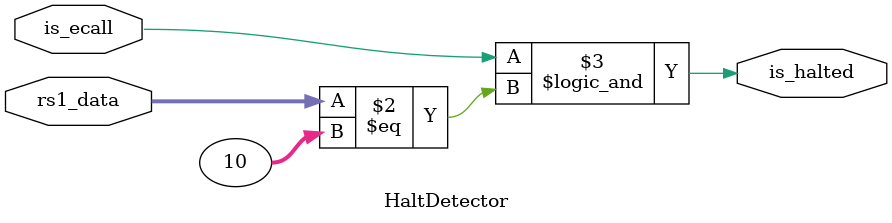
<source format=v>
module HaltDetector(
    input is_ecall,
    input[31:0] rs1_data,
    output reg is_halted,
);
    always @(*) begin
        is_halted = is_ecall && (rs1_data == 10);
    end

endmodule

</source>
